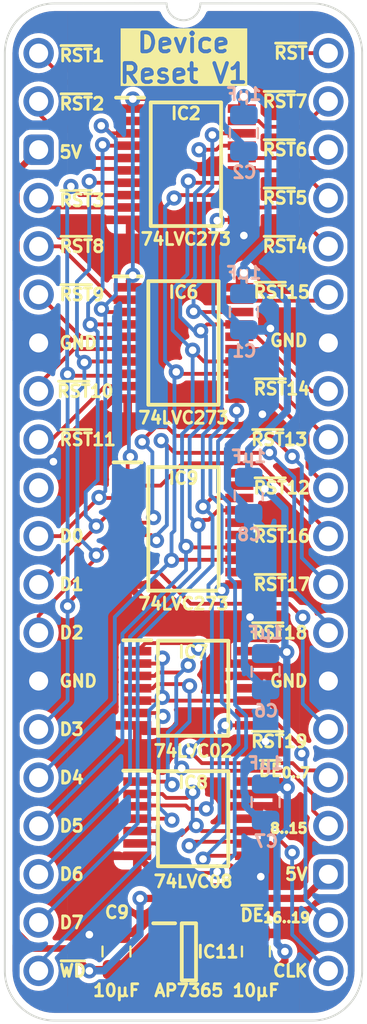
<source format=kicad_pcb>
(kicad_pcb (version 20221018) (generator pcbnew)
  (title_block (title "Device Reset") (date "2024-02-15") (rev "V1"))
  (layers (0 "F.Cu" signal) (31 "B.Cu" signal) (34 "B.Paste" user) (35 "F.Paste" user) (36 "B.SilkS" user "B.Silkscreen") (37 "F.SilkS" user "F.Silkscreen") (38 "B.Mask" user) (39 "F.Mask" user) (44 "Edge.Cuts" user))
  (net 0 "")
  (net 1 "/3.3V")
  (net 2 "/GND")
  (net 3 "/5V")
  (net 4 "/D0")
  (net 5 "/D1")
  (net 6 "/D2")
  (net 7 "/D3")
  (net 8 "/D4")
  (net 9 "/D5")
  (net 10 "/D6")
  (net 11 "/D7")
  (net 13 "/~{Reset}")
  (net 15 "/~{Reset}_{Device}1")
  (net 16 "/~{Reset}_{Device}2")
  (net 17 "/~{Reset}_{Device}3")
  (net 18 "/~{Reset}_{Device}4")
  (net 19 "/~{Reset}_{Device}5")
  (net 20 "/~{Reset}_{Device}6")
  (net 21 "/~{Reset}_{Device}7")
  (net 22 "/~{Device Enable}_{ 8..15}")
  (net 23 "/~{Device Enable}_{ 16..19}")
  (net 24 "/~{Reset}_{Device}8")
  (net 25 "/~{Reset}_{Device}9")
  (net 26 "/~{Reset}_{Device}10")
  (net 27 "/~{Reset}_{Device}11")
  (net 28 "/~{Reset}_{Device}12")
  (net 29 "/~{Reset}_{Device}13")
  (net 30 "/~{Reset}_{Device}14")
  (net 31 "/~{Reset}_{Device}15")
  (net 32 "/~{WD}")
  (net 33 "/Write Device Reset_{ 8..15}")
  (net 34 "/Write Device Reset_{ 16..19}")
  (net 37 "/~{Reset}_{Device}16")
  (net 38 "/~{Reset}_{Device}17")
  (net 39 "/~{Reset}_{Device}18")
  (net 40 "/~{Reset}_{Device}19")
  (net 46 "/~{Device Enable}_{ 1..7}")
  (net 47 "/Write Device Reset_{ 1..7}")
  (net 48 "/Write Device Reset_{ 1..7}·~{CLK}")
  (net 49 "/Write Device Reset_{ 8..15}·~{CLK}")
  (net 50 "/~{CLK}")
  (net 51 "/Write Device Reset_{ 16..19}·~{CLK}")
  (footprint "SamacSys_Parts:C_0805" (layer "F.Cu") (at 97.79 118.379085)
    (fp_text reference "C10" hide)
    (fp_text value "10μF")
  )
  (footprint "SamacSys_Parts:SOT95P285X130-5N" (layer "F.Cu") (at 94.264 118.379085)
    (fp_text reference "IC11")
    (fp_text value "AP7365-33WG-7" hide)
  )
  (footprint "SamacSys_Parts:SOP65P640X110-14N" (layer "F.Cu") (at 94.488 111.379)
    (fp_text reference "IC8")
    (fp_text value "74LVC08APW,112" hide)
  )
  (footprint "SamacSys_Parts:SOP65P640X110-20N" (layer "F.Cu") (at 94.107 76.962)
    (fp_text reference "IC2")
    (fp_text value "74LVC273PW,118" hide)
  )
  (footprint "SamacSys_Parts:DIP-40_Board_W15.24mm" (layer "F.Cu") (at 86.36 71.12)
    (fp_text reference "J4" hide)
    (fp_text value "Conn_02x20_Counter_Clockwise" hide)
    (fp_line (start -1.778 48.26) (end -1.778 0) (stroke (width 0.1)) (layer "Edge.Cuts"))
    (fp_line (start 6.731 -2.6162) (end 0.835732 -2.613732) (stroke (width 0.1)) (layer "Edge.Cuts"))
    (fp_line (start 14.404267 -2.613733) (end 8.509 -2.6162) (stroke (width 0.1)) (layer "Edge.Cuts"))
    (fp_line (start 14.404268 50.873732) (end 0.835733 50.873733) (stroke (width 0.1)) (layer "Edge.Cuts"))
    (fp_line (start 17.018 48.26) (end 17.017999 -0.000001) (stroke (width 0.1)) (layer "Edge.Cuts"))
    (fp_arc (start -1.778 0) (mid -1.012456 -1.848188) (end 0.835732 -2.613732) (stroke (width 0.1)) (layer "Edge.Cuts"))
    (fp_arc (start 0.835733 50.873733) (mid -1.012457 50.10819) (end -1.778 48.26) (stroke (width 0.1)) (layer "Edge.Cuts"))
    (fp_arc (start 8.509 -2.6162) (mid 7.62 -1.7272) (end 6.731 -2.6162) (stroke (width 0.1)) (layer "Edge.Cuts"))
    (fp_arc (start 14.404267 -2.613733) (mid 16.252448 -1.848183) (end 17.017999 -0.000001) (stroke (width 0.1)) (layer "Edge.Cuts"))
    (fp_arc (start 17.018 48.26) (mid 16.252456 50.108187) (end 14.404268 50.873732) (stroke (width 0.1)) (layer "Edge.Cuts"))
  )
  (footprint "SamacSys_Parts:C_0805" (layer "F.Cu") (at 90.454 118.379085)
    (fp_text reference "C9")
    (fp_text value "10μF")
  )
  (footprint "SamacSys_Parts:SOP65P640X110-20N" (layer "F.Cu") (at 93.98 86.36)
    (fp_text reference "IC6")
    (fp_text value "74LVC273PW,118" hide)
  )
  (footprint "SamacSys_Parts:SOP65P640X110-20N" (layer "F.Cu") (at 93.98 96.139)
    (fp_text reference "IC9")
    (fp_text value "74LVC273PW,118" hide)
  )
  (footprint "SamacSys_Parts:SOP65P640X110-14N" (layer "F.Cu") (at 94.488 104.521)
    (fp_text reference "IC7")
    (fp_text value "74LVC02APW,118" hide)
  )
  (footprint "SamacSys_Parts:PinHeader_1x20_P2.54mm_Vertical" (layer "B.Cu") (at 101.6 71.12 180)
    (fp_text reference "J1" hide)
    (fp_text value "Pin_Header_01x20" hide)
  )
  (footprint "SamacSys_Parts:PinHeader_1x20_P2.54mm_Vertical" (layer "B.Cu") (at 86.36 71.12 180)
    (fp_text reference "J3" hide)
    (fp_text value "Pin_Header_01x20" hide)
  )
  (footprint "SamacSys_Parts:C_0805" (layer "B.Cu") (at 97.409 94.361)
    (fp_text reference "C8")
    (fp_text value "1μF")
  )
  (footprint "SamacSys_Parts:C_0805" (layer "B.Cu") (at 97.155 84.709)
    (fp_text reference "C1")
    (fp_text value "1μF")
  )
  (footprint "SamacSys_Parts:C_0805" (layer "B.Cu") (at 97.155 75.311)
    (fp_text reference "C2")
    (fp_text value "1μF")
  )
  (footprint "SamacSys_Parts:C_0805" (layer "B.Cu") (at 98.298 110.49)
    (fp_text reference "C7")
    (fp_text value "1μF")
  )
  (footprint "SamacSys_Parts:C_0805" (layer "B.Cu") (at 98.298 103.632)
    (fp_text reference "C6")
    (fp_text value "1μF")
  )
  (gr_text "~{RST}" (at 100.584 71.12) (layer "F.SilkS") (effects (font (size 0.635 0.635)) (justify right)))
  (gr_text "D1" (at 87.376 99.06) (layer "F.SilkS") (effects (font (size 0.635 0.635)) (justify left)))
  (gr_text "~{RST}6" (at 100.584 76.2) (layer "F.SilkS") (effects (font (size 0.635 0.635)) (justify right)))
  (gr_text "~{RST}14" (at 100.711 88.773) (layer "F.SilkS") (effects (font (size 0.635 0.635)) (justify right)))
  (gr_text "~{RST}8" (at 87.376 81.28) (layer "F.SilkS") (effects (font (size 0.635 0.635)) (justify left)))
  (gr_text "~{RST}1" (at 87.376 71.247) (layer "F.SilkS") (effects (font (size 0.635 0.635)) (justify left)))
  (gr_text "GND" (at 87.376 86.36) (layer "F.SilkS") (effects (font (size 0.635 0.635)) (justify left)))
  (gr_text "~{RST}7" (at 100.584 73.66) (layer "F.SilkS") (effects (font (size 0.635 0.635)) (justify right)))
  (gr_text "_{8..15}" (at 100.584 111.76) (layer "F.SilkS") (effects (font (size 0.635 0.635)) (justify right)))
  (gr_text "~{RST}4" (at 100.584 81.28) (layer "F.SilkS") (effects (font (size 0.635 0.635)) (justify right)))
  (gr_text "~{RST}15" (at 100.711 83.693) (layer "F.SilkS") (effects (font (size 0.635 0.635)) (justify right)))
  (gr_text "~{RST}12" (at 100.711 93.98) (layer "F.SilkS") (effects (font (size 0.635 0.635)) (justify right)))
  (gr_text "~{RST}5" (at 100.584 78.74) (layer "F.SilkS") (effects (font (size 0.635 0.635)) (justify right)))
  (gr_text "D3" (at 87.376 106.68) (layer "F.SilkS") (effects (font (size 0.635 0.635)) (justify left)))
  (gr_text "~{DE}_{0..7}" (at 100.711 108.839) (layer "F.SilkS") (effects (font (size 0.635 0.635)) (justify right)))
  (gr_text "GND" (at 100.584 104.14) (layer "F.SilkS") (effects (font (size 0.635 0.635)) (justify right)))
  (gr_text "~{RST}17" (at 100.711 99.06) (layer "F.SilkS") (effects (font (size 0.635 0.635)) (justify right)))
  (gr_text "D0" (at 87.376 96.52) (layer "F.SilkS") (effects (font (size 0.635 0.635)) (justify left)))
  (gr_text "~{WD}" (at 87.376 119.38) (layer "F.SilkS") (effects (font (size 0.635 0.635)) (justify left)))
  (gr_text "~{RST}13" (at 100.584 91.44) (layer "F.SilkS") (effects (font (size 0.635 0.635)) (justify right)))
  (gr_text "~{RST}9" (at 87.376 83.82) (layer "F.SilkS") (effects (font (size 0.635 0.635)) (justify left)))
  (gr_text "5V" (at 87.376 76.327) (layer "F.SilkS") (effects (font (size 0.635 0.635)) (justify left)))
  (gr_text "~{RST}3" (at 87.376 78.867) (layer "F.SilkS") (effects (font (size 0.635 0.635)) (justify left)))
  (gr_text "~{DE}_{16..19}" (at 100.711 116.459) (layer "F.SilkS") (effects (font (size 0.635 0.635)) (justify right)))
  (gr_text "CLK" (at 100.584 119.38) (layer "F.SilkS") (effects (font (size 0.635 0.635)) (justify right)))
  (gr_text "Device\nReset V1" (at 93.98 72.771) (layer "F.SilkS" knockout) (effects (font (size 1 1) (thickness 0.2) bold) (justify bottom)))
  (gr_text "~{RST}19" (at 100.584 107.315) (layer "F.SilkS") (effects (font (size 0.635 0.635)) (justify right)))
  (gr_text "D5" (at 87.376 111.76) (layer "F.SilkS") (effects (font (size 0.635 0.635)) (justify left)))
  (gr_text "D2" (at 87.376 101.6) (layer "F.SilkS") (effects (font (size 0.635 0.635)) (justify left)))
  (gr_text "D4" (at 87.376 109.22) (layer "F.SilkS") (effects (font (size 0.635 0.635)) (justify left)))
  (gr_text "~{RST}11" (at 87.376 91.44) (layer "F.SilkS") (effects (font (size 0.635 0.635)) (justify left)))
  (gr_text "~{RST}10" (at 87.249 88.9) (layer "F.SilkS") (effects (font (size 0.635 0.635)) (justify left)))
  (gr_text "~{RST}18" (at 100.584 101.6) (layer "F.SilkS") (effects (font (size 0.635 0.635)) (justify right)))
  (gr_text "GND" (at 100.584 86.233) (layer "F.SilkS") (effects (font (size 0.635 0.635)) (justify right)))
  (gr_text "D6" (at 87.376 114.3) (layer "F.SilkS") (effects (font (size 0.635 0.635)) (justify left)))
  (gr_text "~{RST}2" (at 87.376 73.787) (layer "F.SilkS") (effects (font (size 0.635 0.635)) (justify left)))
  (gr_text "5V" (at 100.584 114.3) (layer "F.SilkS") (effects (font (size 0.635 0.635)) (justify right)))
  (gr_text "GND" (at 87.376 104.14) (layer "F.SilkS") (effects (font (size 0.635 0.635)) (justify left)))
  (gr_text "D7" (at 87.376 116.84) (layer "F.SilkS") (effects (font (size 0.635 0.635)) (justify left)))
  (gr_text "~{RST}16" (at 100.711 96.52) (layer "F.SilkS") (effects (font (size 0.635 0.635)) (justify right)))
  (segment (start 97.813094 93.214) (end 98.26287 93.663776) (width 0.38) (layer "F.Cu") (net 1))
  (segment (start 97.426 109.429) (end 99.136414 109.429) (width 0.38) (layer "F.Cu") (net 1))
  (segment (start 99.368 102.571) (end 99.413 102.616) (width 0.38) (layer "F.Cu") (net 1))
  (segment (start 97.045 73.516006) (end 97.155006 73.406) (width 0.38) (layer "F.Cu") (net 1))
  (segment (start 96.918 82.914) (end 97.155 82.677) (width 0.38) (layer "F.Cu") (net 1))
  (segment (start 97.426 102.571) (end 99.368 102.571) (width 0.38) (layer "F.Cu") (net 1))
  (segment (start 99.314 118.872) (end 99.314 118.364) (width 0.38) (layer "F.Cu") (net 1))
  (segment (start 95.564 117.662) (end 95.564 117.429085) (width 0.38) (layer "F.Cu") (net 1))
  (segment (start 97.215085 119.313085) (end 95.564 117.662) (width 0.38) (layer "F.Cu") (net 1))
  (segment (start 99.136414 109.429) (end 99.438189 109.730775) (width 0.38) (layer "F.Cu") (net 1))
  (segment (start 97.045 74.037) (end 97.045 73.516006) (width 0.38) (layer "F.Cu") (net 1))
  (segment (start 97.983915 119.313085) (end 98.872915 119.313085) (width 0.38) (layer "F.Cu") (net 1))
  (segment (start 98.26287 93.663776) (end 98.26287 94.034427) (width 0.38) (layer "F.Cu") (net 1))
  (segment (start 98.872915 119.313085) (end 99.314 118.872) (width 0.38) (layer "F.Cu") (net 1))
  (segment (start 96.918 83.435) (end 96.918 82.914) (width 0.38) (layer "F.Cu") (net 1))
  (segment (start 97.79 119.313085) (end 97.215085 119.313085) (width 0.38) (layer "F.Cu") (net 1))
  (segment (start 96.918 93.214) (end 97.813094 93.214) (width 0.38) (layer "F.Cu") (net 1))
  (via (at 98.26287 94.034427) (size 0.8) (drill 0.4) (layers "F.Cu" "B.Cu") (net 1))
  (via (at 99.413 102.616) (size 0.8) (drill 0.4) (layers "F.Cu" "B.Cu") (net 1))
  (via (at 99.438189 109.730775) (size 0.8) (drill 0.4) (layers "F.Cu" "B.Cu") (net 1))
  (via (at 97.155 82.677) (size 0.8) (drill 0.4) (layers "F.Cu" "B.Cu") (net 1))
  (via (at 97.155006 73.406) (size 0.8) (drill 0.4) (layers "F.Cu" "B.Cu") (net 1))
  (via (at 99.314 118.364) (size 0.8) (drill 0.4) (layers "F.Cu" "B.Cu") (net 1))
  (segment (start 98.897496 112.486601) (end 98.897496 117.947496) (width 0.38) (layer "B.Cu") (net 1))
  (segment (start 97.409 93.427) (end 97.409 91.948) (width 0.38) (layer "B.Cu") (net 1))
  (segment (start 97.155 82.2325) (end 97.155 82.677) (width 0.38) (layer "B.Cu") (net 1))
  (segment (start 99.413 102.616) (end 99.413 109.705586) (width 0.38) (layer "B.Cu") (net 1))
  (segment (start 97.155006 73.406) (end 97.917 73.406) (width 0.38) (layer "B.Cu") (net 1))
  (segment (start 98.679 102.616) (end 99.413 102.616) (width 0.38) (layer "B.Cu") (net 1))
  (segment (start 97.917 82.677) (end 97.155 82.677) (width 0.38) (layer "B.Cu") (net 1))
  (segment (start 97.155 83.775) (end 97.155 82.677) (width 0.38) (layer "B.Cu") (net 1))
  (segment (start 98.47 109.728) (end 99.435414 109.728) (width 0.38) (layer "B.Cu") (net 1))
  (segment (start 98.425 73.914) (end 98.425 80.9625) (width 0.38) (layer "B.Cu") (net 1))
  (segment (start 99.441 84.201) (end 97.917 82.677) (width 0.38) (layer "B.Cu") (net 1))
  (segment (start 99.314 102.517) (end 99.314 95.085557) (width 0.38) (layer "B.Cu") (net 1))
  (segment (start 99.441 89.916) (end 99.441 84.201) (width 0.38) (layer "B.Cu") (net 1))
  (segment (start 98.897496 117.947496) (end 99.314 118.364) (width 0.38) (layer "B.Cu") (net 1))
  (segment (start 99.438189 111.945908) (end 98.897496 112.486601) (width 0.38) (layer "B.Cu") (net 1))
  (segment (start 99.438189 109.730775) (end 99.438189 111.945908) (width 0.38) (layer "B.Cu") (net 1))
  (segment (start 99.413 102.616) (end 99.314 102.517) (width 0.38) (layer "B.Cu") (net 1))
  (segment (start 97.409 91.948) (end 99.441 89.916) (width 0.38) (layer "B.Cu") (net 1))
  (segment (start 97.155 74.377) (end 97.155 73.406006) (width 0.38) (layer "B.Cu") (net 1))
  (segment (start 97.155 73.406006) (end 97.155006 73.406) (width 0.38) (layer "B.Cu") (net 1))
  (segment (start 99.435414 109.728) (end 99.438189 109.730775) (width 0.38) (layer "B.Cu") (net 1))
  (segment (start 97.898049 93.427) (end 98.26287 93.791821) (width 0.38) (layer "B.Cu") (net 1))
  (segment (start 98.26287 93.791821) (end 98.26287 94.034427) (width 0.38) (layer "B.Cu") (net 1))
  (segment (start 99.413 109.705586) (end 99.438189 109.730775) (width 0.38) (layer "B.Cu") (net 1))
  (segment (start 99.314 95.085557) (end 98.26287 94.034427) (width 0.38) (layer "B.Cu") (net 1))
  (segment (start 98.425 80.9625) (end 97.155 82.2325) (width 0.38) (layer "B.Cu") (net 1))
  (segment (start 97.917 73.406) (end 98.425 73.914) (width 0.38) (layer "B.Cu") (net 1))
  (segment (start 93.75665 90.706) (end 97.53377 90.706) (width 0.38) (layer "F.Cu") (net 2))
  (segment (start 94.234 118.064085) (end 93.919 118.379085) (width 0.38) (layer "F.Cu") (net 2))
  (segment (start 99.314 86.36) (end 101.6 86.36) (width 0.38) (layer "F.Cu") (net 2))
  (segment (start 93.184 114.963) (end 97.508 114.963) (width 0.38) (layer "F.Cu") (net 2))
  (segment (start 89.027 117.474992) (end 88.691 117.138992) (width 0.35) (layer "F.Cu") (net 2))
  (segment (start 87.136304 92.441696) (end 90.293 89.285) (width 0.35) (layer "F.Cu") (net 2))
  (segment (start 95.24999 107.31499) (end 98.29798 107.31499) (width 0.38) (layer "F.Cu") (net 2))
  (segment (start 98.907299 110.729) (end 97.426 110.729) (width 0.35) (layer "F.Cu") (net 2))
  (segment (start 87.136304 92.604456) (end 87.136304 92.441696) (width 0.35) (layer "F.Cu") (net 2))
  (segment (start 90.293 89.285) (end 91.042 89.285) (width 0.35) (layer "F.Cu") (net 2))
  (segment (start 92.33565 89.285) (end 93.75665 90.706) (width 0.38) (layer "F.Cu") (net 2))
  (segment (start 102.802999 85.217) (end 98.933 85.217) (width 0.35) (layer "F.Cu") (net 2))
  (segment (start 97.426 103.871) (end 101.331 103.871) (width 0.38) (layer "F.Cu") (net 2))
  (segment (start 101.6 104.14) (end 102.775 105.315) (width 0.35) (layer "F.Cu") (net 2))
  (segment (start 101.6 104.14) (end 102.802999 102.937001) (width 0.35) (layer "F.Cu") (net 2))
  (segment (start 102.775 105.315) (end 102.775 112.671016) (width 0.35) (layer "F.Cu") (net 2))
  (segment (start 91.921915 116.739085) (end 91.247915 117.413085) (width 0.38) (layer "F.Cu") (net 2))
  (segment (start 88.691 117.138992) (end 88.691 106.471) (width 0.35) (layer "F.Cu") (net 2))
  (segment (start 91.55 106.471) (end 91.869514 106.790514) (width 0.38) (layer "F.Cu") (net 2))
  (segment (start 91.042 99.064) (end 92.754 100.776) (width 0.38) (layer "F.Cu") (net 2))
  (segment (start 91.55 106.471) (end 88.691 106.471) (width 0.38) (layer "F.Cu") (net 2))
  (segment (start 92.754 100.776) (end 97.478506 100.776) (width 0.38) (layer "F.Cu") (net 2))
  (segment (start 98.552 85.598) (end 99.314 86.36) (width 0.38) (layer "F.Cu") (net 2))
  (segment (start 96.3085 103.221) (end 96.2985 103.211) (width 0.38) (layer "F.Cu") (net 2))
  (segment (start 96.2985 101.956006) (end 97.478506 100.776) (width 0.38) (layer "F.Cu") (net 2))
  (segment (start 94.234 116.739085) (end 91.921915 116.739085) (width 0.38) (layer "F.Cu") (net 2))
  (segment (start 91.5545 89.285) (end 92.33565 89.285) (width 0.38) (layer "F.Cu") (net 2))
  (segment (start 91.869514 106.790514) (end 94.725514 106.790514) (width 0.38) (layer "F.Cu") (net 2))
  (segment (start 88.691 106.471) (end 86.36 104.14) (width 0.38) (layer "F.Cu") (net 2))
  (segment (start 93.919 118.379085) (end 92.964 118.379085) (width 0.38) (layer "F.Cu") (net 2))
  (segment (start 97.426 103.221) (end 97.426 103.871) (width 0.38) (layer "F.Cu") (net 2))
  (segment (start 97.426 110.079) (end 97.426 110.729) (width 0.38) (layer "F.Cu") (net 2))
  (segment (start 94.234 116.739085) (end 94.234 118.064085) (width 0.38) (layer "F.Cu") (net 2))
  (segment (start 94.725514 106.790514) (end 95.24999 107.31499) (width 0.38) (layer "F.Cu") (net 2))
  (segment (start 96.2985 103.211) (end 96.2985 101.956006) (width 0.38) (layer "F.Cu") (net 2))
  (segment (start 90.392093 117.474992) (end 89.027 117.474992) (width 0.35) (layer "F.Cu") (net 2))
  (segment (start 97.53377 90.706) (end 98.128869 90.110901) (width 0.38) (layer "F.Cu") (net 2))
  (segment (start 97.508 114.963) (end 98.043998 114.427002) (width 0.38) (layer "F.Cu") (net 2))
  (segment (start 102.775 112.671016) (end 102.416016 113.03) (width 0.35) (layer "F.Cu") (net 2))
  (segment (start 97.155 80.711502) (end 91.993502 80.711502) (width 0.38) (layer "F.Cu") (net 2))
  (segment (start 97.426 103.221) (end 96.3085 103.221) (width 0.38) (layer "F.Cu") (net 2))
  (segment (start 97.79 117.413085) (end 97.116 116.739085) (width 0.38) (layer "F.Cu") (net 2))
  (segment (start 91.247915 117.413085) (end 90.454 117.413085) (width 0.38) (layer "F.Cu") (net 2))
  (segment (start 91.993502 80.711502) (end 91.169 79.887) (width 0.38) (layer "F.Cu") (net 2))
  (segment (start 98.933 85.217) (end 98.552 85.598) (width 0.35) (layer "F.Cu") (net 2))
  (segment (start 91.55 113.329) (end 93.184 114.963) (width 0.38) (layer "F.Cu") (net 2))
  (segment (start 102.802999 102.937001) (end 102.802999 85.217) (width 0.35) (layer "F.Cu") (net 2))
  (segment (start 101.208299 113.03) (end 98.907299 110.729) (width 0.35) (layer "F.Cu") (net 2))
  (segment (start 102.416016 113.03) (end 101.208299 113.03) (width 0.35) (layer "F.Cu") (net 2))
  (segment (start 97.116 116.739085) (end 94.234 116.739085) (width 0.38) (layer "F.Cu") (net 2))
  (via (at 98.043998 114.427002) (size 0.8) (drill 0.4) (layers "F.Cu" "B.Cu") (net 2))
  (via (at 97.478506 100.776) (size 0.8) (drill 0.4) (layers "F.Cu" "B.Cu") (net 2))
  (via (at 89.027 117.474992) (size 0.8) (drill 0.4) (layers "F.Cu" "B.Cu") (net 2))
  (via (at 97.155 80.711502) (size 0.8) (drill 0.4) (layers "F.Cu" "B.Cu") (net 2))
  (via (at 98.29798 107.31499) (size 0.8) (drill 0.4) (layers "F.Cu" "B.Cu") (net 2))
  (via (at 87.136304 92.604456) (size 0.8) (drill 0.4) (layers "F.Cu" "B.Cu") (net 2))
  (via (at 98.128869 90.110901) (size 0.8) (drill 0.4) (layers "F.Cu" "B.Cu") (net 2))
  (via (at 98.552 85.598) (size 0.8) (drill 0.4) (layers "F.Cu" "B.Cu") (net 2))
  (segment (start 85.185 93.155) (end 85.185 93.726) (width 0.35) (layer "B.Cu") (net 2))
  (segment (start 98.475 85.675) (end 98.552 85.598) (width 0.38) (layer "B.Cu") (net 2))
  (segment (start 85.157 85.157) (end 85.157 75.498) (width 0.35) (layer "B.Cu") (net 2))
  (segment (start 85.185 87.535) (end 86.36 86.36) (width 0.35) (layer "B.Cu") (net 2))
  (segment (start 97.216976 110.035664) (end 97.216976 110.678976) (width 0.38) (layer "B.Cu") (net 2))
  (segment (start 95.377 120.904) (end 98.043998 118.237002) (width 0.35) (layer "B.Cu") (net 2))
  (segment (start 97.155 85.675) (end 97.155 87.63) (width 0.38) (layer "B.Cu") (net 2))
  (segment (start 87.725 74.835) (end 90.551 72.009) (width 0.35) (layer "B.Cu") (net 2))
  (segment (start 97.155 76.277) (end 97.155 80.711502) (width 0.38) (layer "B.Cu") (net 2))
  (segment (start 102.802999 102.937001) (end 101.6 104.14) (width 0.35) (layer "B.Cu") (net 2))
  (segment (start 86.36 104.14) (end 85.185 102.965) (width 0.35) (layer "B.Cu") (net 2))
  (segment (start 98.29799 107.315) (end 98.29798 107.31499) (width 0.38) (layer "B.Cu") (net 2))
  (segment (start 102.775 75.523299) (end 102.086701 74.835) (width 0.35) (layer "B.Cu") (net 2))
  (segment (start 85.19388 119.746849) (end 85.252695 119.985469) (width 0.35) (layer "B.Cu") (net 2))
  (segment (start 101.6 86.36) (end 102.802999 87.562999) (width 0.35) (layer "B.Cu") (net 2))
  (segment (start 97.409 95.327) (end 98.298 96.216) (width 0.38) (layer "B.Cu") (net 2))
  (segment (start 98.043998 118.237002) (end 98.043998 114.427002) (width 0.35) (layer "B.Cu") (net 2))
  (segment (start 98.29798 107.31499) (end 97.163 108.44997) (width 0.38) (layer "B.Cu") (net 2))
  (segment (start 87.12576 92.615) (end 87.136304 92.604456) (width 0.35) (layer "B.Cu") (net 2))
  (segment (start 99.949 120.65) (end 98.043998 118.744998) (width 0.35) (layer "B.Cu") (net 2))
  (segment (start 98.298 111.456) (end 98.298 114.173) (width 0.38) (layer "B.Cu") (net 2))
  (segment (start 102.707273 119.796727) (end 102.707273 119.985461) (width 0.35) (layer "B.Cu") (net 2))
  (segment (start 96.294 94.008001) (end 96.294 91.94577) (width 0.38) (layer "B.Cu") (net 2))
  (segment (start 101.6 86.36) (end 102.775 85.185) (width 0.35) (layer "B.Cu") (net 2))
  (segment (start 85.725 92.615) (end 87.12576 92.615) (width 0.35) (layer "B.Cu") (net 2))
  (segment (start 85.185 92.075) (end 85.725 92.615) (width 0.35) (layer "B.Cu") (net 2))
  (segment (start 97.163 108.44997) (end 97.163001 109.981689) (width 0.38) (layer "B.Cu") (net 2))
  (segment (start 98.298 107.315) (end 98.29799 107.315) (width 0.38) (layer "B.Cu") (net 2))
  (segment (start 85.185 119.673716) (end 85.19388 119.746849) (width 0.35) (layer "B.Cu") (net 2))
  (segment (start 85.725 92.615) (end 85.185 93.155) (width 0.35) (layer "B.Cu") (net 2))
  (segment (start 97.183 103.483) (end 97.183 101.071506) (width 0.38) (layer "B.Cu") (net 2))
  (segment (start 98.128869 88.603869) (end 98.128869 90.110901) (width 0.38) (layer "B.Cu") (net 2))
  (segment (start 98.298 96.216) (end 98.298 99.956506) (width 0.38) (layer "B.Cu") (net 2))
  (segment (start 85.185 92.075) (end 85.185 87.535) (width 0.35) (layer "B.Cu") (net 2))
  (segment (start 102.775 85.185) (end 102.775 75.523299) (width 0.35) (layer "B.Cu") (net 2))
  (segment (start 98.298 104.598) (end 97.183 103.483) (width 0.38) (layer "B.Cu") (net 2))
  (segment (start 85.185 105.315) (end 85.185 119.673716) (width 0.35) (layer "B.Cu") (net 2))
  (segment (start 98.298 104.598) (end 98.298 107.315) (width 0.38) (layer "B.Cu") (net 2))
  (segment (start 97.183 101.071506) (end 97.478506 100.776) (width 0.38) (layer "B.Cu") (net 2))
  (segment (start 85.157 75.498) (end 85.82 74.835) (width 0.35) (layer "B.Cu") (net 2))
  (segment (start 102.796218 105.336218) (end 102.796218 119.498694) (width 0.35) (layer "B.Cu") (net 2))
  (segment (start 97.216976 110.678976) (end 97.994 111.456) (width 0.38) (layer "B.Cu") (net 2))
  (segment (start 96.294 91.94577) (end 98.128869 90.110901) (width 0.38) (layer "B.Cu") (net 2))
  (segment (start 90.551 72.009) (end 93.178538 72.009) (width 0.35) (layer "B.Cu") (net 2))
  (segment (start 98.287299 72.009) (end 93.178538 72.009) (width 0.35) (layer "B.Cu") (net 2))
  (segment (start 93.178538 72.009) (end 97.155 75.985462) (width 0.35) (layer "B.Cu") (net 2))
  (segment (start 102.042734 120.65) (end 99.949 120.65) (width 0.35) (layer "B.Cu") (net 2))
  (segment (start 101.6 104.14) (end 102.796218 105.336218) (width 0.35) (layer "B.Cu") (net 2))
  (segment (start 96.04 81.826502) (end 97.155 80.711502) (width 0.38) (layer "B.Cu") (net 2))
  (segment (start 97.155 85.675) (end 98.475 85.675) (width 0.38) (layer "B.Cu") (net 2))
  (segment (start 98.298 99.956506) (end 97.478506 100.776) (width 0.38) (layer "B.Cu") (net 2))
  (segment (start 85.185 102.965) (end 85.185 93.726) (width 0.35) (layer "B.Cu") (net 2))
  (segment (start 102.086701 74.835) (end 101.113299 74.835) (width 0.35) (layer "B.Cu") (net 2))
  (segment (start 102.767323 119.736677) (end 102.707273 119.796727) (width 0.35) (layer "B.Cu") (net 2))
  (segment (start 85.252695 119.985469) (end 86.171226 120.904) (width 0.35) (layer "B.Cu") (net 2))
  (segment (start 102.796218 119.498694) (end 102.767323 119.736677) (width 0.35) (layer "B.Cu") (net 2))
  (segment (start 101.113299 74.835) (end 98.287299 72.009) (width 0.35) (layer "B.Cu") (net 2))
  (segment (start 97.163001 109.981689) (end 97.216976 110.035664) (width 0.38) (layer "B.Cu") (net 2))
  (segment (start 98.043998 118.744998) (end 98.043998 118.237002) (width 0.35) (layer "B.Cu") (net 2))
  (segment (start 98.298 114.173) (end 98.043998 114.427002) (width 0.38) (layer "B.Cu") (net 2))
  (segment (start 97.155 87.63) (end 98.128869 88.603869) (width 0.38) (layer "B.Cu") (net 2))
  (segment (start 102.802999 87.562999) (end 102.802999 102.937001) (width 0.35) (layer "B.Cu") (net 2))
  (segment (start 97.155 85.675) (end 96.04 84.56) (width 0.38) (layer "B.Cu") (net 2))
  (segment (start 86.36 104.14) (end 85.185 105.315) (width 0.35) (layer "B.Cu") (net 2))
  (segment (start 85.82 74.835) (end 87.725 74.835) (width 0.35) (layer "B.Cu") (net 2))
  (segment (start 102.707273 119.985461) (end 102.042734 120.65) (width 0.35) (layer "B.Cu") (net 2))
  (segment (start 86.171226 120.904) (end 95.377 120.904) (width 0.35) (layer "B.Cu") (net 2))
  (segment (start 96.04 84.56) (end 96.04 81.826502) (width 0.38) (layer "B.Cu") (net 2))
  (segment (start 97.409 95.123001) (end 96.294 94.008001) (width 0.38) (layer "B.Cu") (net 2))
  (segment (start 86.36 86.36) (end 85.157 85.157) (width 0.35) (layer "B.Cu") (net 2))
  (segment (start 92.009 119.329085) (end 91.999 119.319085) (width 0.38) (layer "F.Cu") (net 3))
  (segment (start 90.454 119.313085) (end 89.093909 119.313085) (width 0.38) (layer "F.Cu") (net 3))
  (segment (start 89.093909 119.313085) (end 89.026994 119.38) (width 0.38) (layer "F.Cu") (net 3))
  (segment (start 86.36 76.2) (end 85.185 77.375) (width 0.35) (layer "F.Cu") (net 3))
  (segment (start 87.851994 118.205) (end 89.026994 119.38) (width 0.35) (layer "F.Cu") (net 3))
  (segment (start 85.185 77.375) (end 85.185 117.326701) (width 0.35) (layer "F.Cu") (net 3))
  (segment (start 92.338 117.429085) (end 92.964 117.429085) (width 0.38) (layer "F.Cu") (net 3))
  (segment (start 86.063299 118.205) (end 87.851994 118.205) (width 0.35) (layer "F.Cu") (net 3))
  (segment (start 100.33 115.57) (end 91.694001 115.569999) (width 0.38) (layer "F.Cu") (net 3))
  (segment (start 90.454 119.313085) (end 92.338 117.429085) (width 0.38) (layer "F.Cu") (net 3))
  (segment (start 101.6 114.3) (end 100.33 115.57) (width 0.38) (layer "F.Cu") (net 3))
  (segment (start 91.999 117.768084) (end 92.120042 117.647042) (width 0.38) (layer "F.Cu") (net 3))
  (segment (start 92.964 119.329085) (end 92.009 119.329085) (width 0.38) (layer "F.Cu") (net 3))
  (segment (start 85.185 117.326701) (end 86.063299 118.205) (width 0.35) (layer "F.Cu") (net 3))
  (segment (start 91.999 119.319085) (end 91.999 117.768084) (width 0.38) (layer "F.Cu") (net 3))
  (via (at 91.694001 115.569999) (size 0.8) (drill 0.4) (layers "F.Cu" "B.Cu") (net 3))
  (via (at 89.026994 119.38) (size 0.8) (drill 0.4) (layers "F.Cu" "B.Cu") (net 3))
  (segment (start 91.694001 115.569999) (end 91.694001 117.474999) (width 0.38) (layer "B.Cu") (net 3))
  (segment (start 91.694001 117.474999) (end 89.789 119.38) (width 0.38) (layer "B.Cu") (net 3))
  (segment (start 89.789 119.38) (end 89.026994 119.38) (width 0.38) (layer "B.Cu") (net 3))
  (segment (start 89.752642 74.939392) (end 89.653846 74.939392) (width 0.2) (layer "F.Cu") (net 4))
  (segment (start 91.042 94.514) (end 89.561 94.514) (width 0.2) (layer "F.Cu") (net 4))
  (segment (start 87.503 96.52) (end 89.535 94.488) (width 0.2) (layer "F.Cu") (net 4))
  (segment (start 86.36 96.52) (end 87.503 96.52) (width 0.2) (layer "F.Cu") (net 4))
  (segment (start 91.169 75.337) (end 90.15025 75.337) (width 0.2) (layer "F.Cu") (net 4))
  (segment (start 90.15025 75.337) (end 89.752642 74.939392) (width 0.2) (layer "F.Cu") (net 4))
  (segment (start 89.81501 84.735) (end 89.662 84.58199) (width 0.2) (layer "F.Cu") (net 4))
  (segment (start 91.042 84.735) (end 89.81501 84.735) (width 0.2) (layer "F.Cu") (net 4))
  (segment (start 89.561 94.514) (end 89.535 94.488) (width 0.2) (layer "F.Cu") (net 4))
  (via (at 89.535 94.488) (size 0.8) (drill 0.4) (layers "F.Cu" "B.Cu") (net 4))
  (via (at 89.662 84.58199) (size 0.8) (drill 0.4) (layers "F.Cu" "B.Cu") (net 4))
  (via (at 89.653846 74.939392) (size 0.8) (drill 0.4) (layers "F.Cu" "B.Cu") (net 4))
  (segment (start 89.867162 94.155838) (end 89.867162 84.787152) (width 0.2) (layer "B.Cu") (net 4))
  (segment (start 89.662 84.58199) (end 90.42301 83.82098) (width 0.2) (layer "B.Cu") (net 4))
  (segment (start 89.715352 74.939392) (end 89.653846 74.939392) (width 0.2) (layer "B.Cu") (net 4))
  (segment (start 90.42301 75.64705) (end 89.715352 74.939392) (width 0.2) (layer "B.Cu") (net 4))
  (segment (start 89.535 94.488) (end 89.867162 94.155838) (width 0.2) (layer "B.Cu") (net 4))
  (segment (start 90.42301 83.82098) (end 90.42301 75.64705) (width 0.2) (layer "B.Cu") (net 4))
  (segment (start 89.867162 84.787152) (end 89.662 84.58199) (width 0.2) (layer "B.Cu") (net 4))
  (segment (start 91.042 95.164) (end 90.216424 95.164) (width 0.2) (layer "F.Cu") (net 5))
  (segment (start 91.169 75.987) (end 89.77301 75.987) (width 0.2) (layer "F.Cu") (net 5))
  (segment (start 89.082886 85.385) (end 89.075758 85.392128) (width 0.2) (layer "F.Cu") (net 5))
  (segment (start 90.216424 95.164) (end 89.388212 95.992212) (width 0.2) (layer "F.Cu") (net 5))
  (segment (start 89.77301 75.987) (end 89.72301 75.937) (width 0.2) (layer "F.Cu") (net 5))
  (segment (start 86.36 99.06) (end 89.388212 96.031788) (width 0.2) (layer "F.Cu") (net 5))
  (segment (start 91.042 85.385) (end 89.082886 85.385) (width 0.2) (layer "F.Cu") (net 5))
  (segment (start 89.388212 96.031788) (end 89.388212 95.992212) (width 0.2) (layer "F.Cu") (net 5))
  (via (at 89.075758 85.392128) (size 0.8) (drill 0.4) (layers "F.Cu" "B.Cu") (net 5))
  (via (at 89.388212 95.992212) (size 0.8) (drill 0.4) (layers "F.Cu" "B.Cu") (net 5))
  (via (at 89.72301 75.937) (size 0.8) (drill 0.4) (layers "F.Cu" "B.Cu") (net 5))
  (segment (start 88.835 95.439) (end 89.388212 95.992212) (width 0.2) (layer "B.Cu") (net 5))
  (segment (start 88.962 84.29204) (end 89.72301 83.53103) (width 0.2) (layer "B.Cu") (net 5))
  (segment (start 88.962 85.27837) (end 88.962 84.29204) (width 0.2) (layer "B.Cu") (net 5))
  (segment (start 89.467162 93.565888) (end 88.835 94.19805) (width 0.2) (layer "B.Cu") (net 5))
  (segment (start 89.075758 85.392128) (end 88.962 85.27837) (width 0.2) (layer "B.Cu") (net 5))
  (segment (start 89.72301 83.53103) (end 89.72301 75.937) (width 0.2) (layer "B.Cu") (net 5))
  (segment (start 89.075758 85.392128) (end 89.467162 85.783532) (width 0.2) (layer "B.Cu") (net 5))
  (segment (start 88.835 94.19805) (end 88.835 95.439) (width 0.2) (layer "B.Cu") (net 5))
  (segment (start 89.467162 85.783532) (end 89.467162 93.565888) (width 0.2) (layer "B.Cu") (net 5))
  (segment (start 89.80115 97.114) (end 89.393575 97.521575) (width 0.2) (layer "F.Cu") (net 6))
  (segment (start 88.817168 87.335) (end 88.767162 87.385006) (width 0.2) (layer "F.Cu") (net 6))
  (segment (start 91.169 77.937) (end 89.094447 77.937) (width 0.2) (layer "F.Cu") (net 6))
  (segment (start 86.36 100.711) (end 89.393575 97.677425) (width 0.2) (layer "F.Cu") (net 6))
  (segment (start 89.393575 97.677425) (end 89.393575 97.521575) (width 0.2) (layer "F.Cu") (net 6))
  (segment (start 89.094447 77.937) (end 89.020386 77.862939) (width 0.2) (layer "F.Cu") (net 6))
  (segment (start 91.042 97.114) (end 89.80115 97.114) (width 0.2) (layer "F.Cu") (net 6))
  (segment (start 91.042 87.335) (end 88.817168 87.335) (width 0.2) (layer "F.Cu") (net 6))
  (segment (start 86.36 101.6) (end 86.36 100.711) (width 0.2) (layer "F.Cu") (net 6))
  (via (at 89.020386 77.862939) (size 0.8) (drill 0.4) (layers "F.Cu" "B.Cu") (net 6))
  (via (at 88.767162 87.385006) (size 0.8) (drill 0.4) (layers "F.Cu" "B.Cu") (net 6))
  (via (at 89.393575 97.521575) (size 0.8) (drill 0.4) (layers "F.Cu" "B.Cu") (net 6))
  (segment (start 88.767162 87.385006) (end 88.375758 86.993602) (width 0.2) (layer "B.Cu") (net 6))
  (segment (start 88.4 96.528) (end 89.393575 97.521575) (width 0.2) (layer "B.Cu") (net 6))
  (segment (start 89.020386 82.487299) (end 89.020386 77.862939) (width 0.2) (layer "B.Cu") (net 6))
  (segment (start 88.375758 86.993602) (end 88.375758 83.131927) (width 0.2) (layer "B.Cu") (net 6))
  (segment (start 88.767162 88.599738) (end 88.4 88.9669) (width 0.2) (layer "B.Cu") (net 6))
  (segment (start 88.375758 83.131927) (end 89.020386 82.487299) (width 0.2) (layer "B.Cu") (net 6))
  (segment (start 88.4 88.9669) (end 88.4 96.528) (width 0.2) (layer "B.Cu") (net 6))
  (segment (start 88.767162 87.385006) (end 88.767162 88.599738) (width 0.2) (layer "B.Cu") (net 6))
  (segment (start 91.042 97.764) (end 90.196 97.764) (width 0.2) (layer "F.Cu") (net 7))
  (segment (start 87.958006 88.085006) (end 87.884004 88.011004) (width 0.2) (layer "F.Cu") (net 7))
  (segment (start 87.884003 100.075997) (end 87.884003 100.203) (width 0.2) (layer "F.Cu") (net 7))
  (segment (start 90.196 97.764) (end 87.884003 100.075997) (width 0.2) (layer "F.Cu") (net 7))
  (segment (start 90.941994 88.085006) (end 87.958006 88.085006) (width 0.2) (layer "F.Cu") (net 7))
  (segment (start 88.513831 78.587) (end 88.056655 78.129824) (width 0.2) (layer "F.Cu") (net 7))
  (segment (start 91.169 78.587) (end 88.513831 78.587) (width 0.2) (layer "F.Cu") (net 7))
  (via (at 88.056655 78.129824) (size 0.8) (drill 0.4) (layers "F.Cu" "B.Cu") (net 7))
  (via (at 87.884003 100.203) (size 0.8) (drill 0.4) (layers "F.Cu" "B.Cu") (net 7))
  (via (at 87.884004 88.011004) (size 0.8) (drill 0.4) (layers "F.Cu" "B.Cu") (net 7))
  (segment (start 87.884003 105.155997) (end 87.884003 100.203) (width 0.2) (layer "B.Cu") (net 7))
  (segment (start 87.861606 78.324873) (end 88.056655 78.129824) (width 0.2) (layer "B.Cu") (net 7))
  (segment (start 87.861606 87.988606) (end 87.861606 78.324873) (width 0.2) (layer "B.Cu") (net 7))
  (segment (start 86.36 106.68) (end 87.884003 105.155997) (width 0.2) (layer "B.Cu") (net 7))
  (segment (start 87.884004 88.011004) (end 87.861606 87.988606) (width 0.2) (layer "B.Cu") (net 7))
  (segment (start 87.884004 88.011004) (end 87.884004 100.202999) (width 0.2) (layer "B.Cu") (net 7))
  (segment (start 87.884004 100.202999) (end 87.884003 100.203) (width 0.2) (layer "B.Cu") (net 7))
  (segment (start 97.045 78.587) (end 93.637 78.587) (width 0.2) (layer "F.Cu") (net 8))
  (segment (start 93.7 87.985) (end 96.918 87.985) (width 0.2) (layer "F.Cu") (net 8))
  (segment (start 96.918 97.764) (end 93.376814 97.764) (width 0.2) (layer "F.Cu") (net 8))
  (segment (start 93.599 87.884) (end 93.7 87.985) (width 0.2) (layer "F.Cu") (net 8))
  (segment (start 93.376814 97.764) (end 93.350814 97.79) (width 0.2) (layer "F.Cu") (net 8))
  (segment (start 93.637 78.587) (end 93.484 78.74) (width 0.2) (layer "F.Cu") (net 8))
  (via (at 93.599 87.884) (size 0.8) (drill 0.4) (layers "F.Cu" "B.Cu") (net 8))
  (via (at 93.484 78.74) (size 0.8) (drill 0.4) (layers "F.Cu" "B.Cu") (net 8))
  (via (at 93.350814 97.79) (size 0.8) (drill 0.4) (layers "F.Cu" "B.Cu") (net 8))
  (segment (start 86.36 109.22) (end 90.367 105.213) (width 0.2) (layer "B.Cu") (net 8))
  (segment (start 90.367 105.213) (end 90.367 100.773814) (width 0.2) (layer "B.Cu") (net 8))
  (segment (start 90.367 100.773814) (end 93.350814 97.79) (width 0.2) (layer "B.Cu") (net 8))
  (segment (start 93.599 87.884) (end 93.008571 87.293571) (width 0.2) (layer "B.Cu") (net 8))
  (segment (start 93.350814 96.387186) (end 93.350814 97.79) (width 0.2) (layer "B.Cu") (net 8))
  (segment (start 93.599 87.884) (end 93.504 87.979) (width 0.2) (layer "B.Cu") (net 8))
  (segment (start 93.505161 96.232839) (end 93.350814 96.387186) (width 0.2) (layer "B.Cu") (net 8))
  (segment (start 93.008571 87.293571) (end 93.008571 79.215429) (width 0.2) (layer "B.Cu") (net 8))
  (segment (start 93.008571 79.215429) (end 93.484 78.74) (width 0.2) (layer "B.Cu") (net 8))
  (segment (start 93.504 91.628263) (end 93.505161 91.629425) (width 0.2) (layer "B.Cu") (net 8))
  (segment (start 93.504 87.979) (end 93.504 91.628263) (width 0.2) (layer "B.Cu") (net 8))
  (segment (start 93.505161 91.629425) (end 93.505161 96.232839) (width 0.2) (layer "B.Cu") (net 8))
  (segment (start 95.054999 87.335) (end 94.460999 86.741) (width 0.2) (layer "F.Cu") (net 9))
  (segment (start 97.045 77.937) (end 94.32 77.937) (width 0.2) (layer "F.Cu") (net 9))
  (segment (start 94.162002 97.114) (end 94.112 97.063998) (width 0.2) (layer "F.Cu") (net 9))
  (segment (start 96.918 97.114) (end 94.162002 97.114) (width 0.2) (layer "F.Cu") (net 9))
  (segment (start 94.32 77.937) (end 94.234 77.851) (width 0.2) (layer "F.Cu") (net 9))
  (segment (start 96.918 87.335) (end 95.054999 87.335) (width 0.2) (layer "F.Cu") (net 9))
  (via (at 94.460999 86.741) (size 0.8) (drill 0.4) (layers "F.Cu" "B.Cu") (net 9))
  (via (at 94.112 97.063998) (size 0.8) (drill 0.4) (layers "F.Cu" "B.Cu") (net 9))
  (via (at 94.234 77.851) (size 0.8) (drill 0.4) (layers "F.Cu" "B.Cu") (net 9))
  (segment (start 94.184 77.901) (end 94.184 82.749981) (width 0.2) (layer "B.Cu") (net 9))
  (segment (start 93.904 91.462577) (end 93.904 91.158259) (width 0.2) (layer "B.Cu") (net 9))
  (segment (start 94.234 77.851) (end 94.184 77.901) (width 0.2) (layer "B.Cu") (net 9))
  (segment (start 90.767 107.353) (end 90.767 101.649628) (width 0.2) (layer "B.Cu") (net 9))
  (segment (start 93.905162 91.463739) (end 93.904 91.462577) (width 0.2) (layer "B.Cu") (net 9))
  (segment (start 94.112 98.304628) (end 94.112 97.063998) (width 0.2) (layer "B.Cu") (net 9))
  (segment (start 93.904 91.158259) (end 94.460999 90.601259) (width 0.2) (layer "B.Cu") (net 9))
  (segment (start 93.408571 83.52541) (end 93.408571 85.688572) (width 0.2) (layer "B.Cu") (net 9))
  (segment (start 94.184 82.749981) (end 93.408571 83.52541) (width 0.2) (layer "B.Cu") (net 9))
  (segment (start 90.767 101.649628) (end 94.112 98.304628) (width 0.2) (layer "B.Cu") (net 9))
  (segment (start 86.36 111.76) (end 90.767 107.353) (width 0.2) (layer "B.Cu") (net 9))
  (segment (start 94.112 97.063998) (end 93.905162 96.85716) (width 0.2) (layer "B.Cu") (net 9))
  (segment (start 93.905162 96.85716) (end 93.905162 91.463739) (width 0.2) (layer "B.Cu") (net 9))
  (segment (start 93.408571 85.688572) (end 94.460999 86.741) (width 0.2) (layer "B.Cu") (net 9))
  (segment (start 94.460999 90.601259) (end 94.460999 86.741) (width 0.2) (layer "B.Cu") (net 9))
  (segment (start 95.707948 76.199994) (end 94.795757 76.199994) (width 0.2) (layer "F.Cu") (net 10))
  (segment (start 95.920942 75.987) (end 95.707948 76.199994) (width 0.2) (layer "F.Cu") (net 10))
  (segment (start 95.010729 95.667764) (end 94.745127 95.933366) (width 0.2) (layer "F.Cu") (net 10))
  (segment (start 96.918 85.385) (end 95.218026 85.385) (width 0.2) (layer "F.Cu") (net 10))
  (segment (start 95.218026 85.385) (end 94.884 85.719026) (width 0.2) (layer "F.Cu") (net 10))
  (segment (start 97.045 75.987) (end 95.920942 75.987) (width 0.2) (layer "F.Cu") (net 10))
  (segment (start 95.295112 95.667764) (end 95.010729 95.667764) (width 0.2) (layer "F.Cu") (net 10))
  (segment (start 95.798876 95.164) (end 95.295112 95.667764) (width 0.2) (layer "F.Cu") (net 10))
  (segment (start 96.918 95.164) (end 95.798876 95.164) (width 0.2) (layer "F.Cu") (net 10))
  (via (at 94.795757 76.199994) (size 0.8) (drill 0.4) (layers "F.Cu" "B.Cu") (net 10))
  (via (at 94.884 85.719026) (size 0.8) (drill 0.4) (layers "F.Cu" "B.Cu") (net 10))
  (via (at 94.745127 95.933366) (size 0.8) (drill 0.4) (layers "F.Cu" "B.Cu") (net 10))
  (segment (start 94.812 96.000239) (end 94.745127 95.933366) (width 0.2) (layer "B.Cu") (net 10))
  (segment (start 95.160999 85.996025) (end 95.160999 90.466945) (width 0.2) (layer "B.Cu") (net 10))
  (segment (start 94.812 98.170314) (end 94.812 96.000239) (width 0.2) (layer "B.Cu") (net 10))
  (segment (start 91.167 101.815314) (end 94.812 98.170314) (width 0.2) (layer "B.Cu") (net 10))
  (segment (start 94.584 78.49095) (end 95.061 78.01395) (width 0.2) (layer "B.Cu") (net 10))
  (segment (start 95.061 78.01395) (end 95.061 76.465237) (width 0.2) (layer "B.Cu") (net 10))
  (segment (start 91.167 109.493) (end 91.167 101.815314) (width 0.2) (layer "B.Cu") (net 10))
  (segment (start 86.36 114.3) (end 91.167 109.493) (width 0.2) (layer "B.Cu") (net 10))
  (segment (start 94.884 85.719026) (end 94.533627 85.719026) (width 0.2) (layer "B.Cu") (net 10))
  (segment (start 94.533627 85.719026) (end 93.808571 84.99397) (width 0.2) (layer "B.Cu") (net 10))
  (segment (start 93.808571 83.691095) (end 94.584 82.915666) (width 0.2) (layer "B.Cu") (net 10))
  (segment (start 95.061 76.465237) (end 94.795757 76.199994) (width 0.2) (layer "B.Cu") (net 10))
  (segment (start 94.305162 95.493401) (end 94.745127 95.933366) (width 0.2) (layer "B.Cu") (net 10))
  (segment (start 93.808571 84.99397) (end 93.808571 83.691095) (width 0.2) (layer "B.Cu") (net 10))
  (segment (start 94.305162 91.322783) (end 94.305162 95.493401) (width 0.2) (layer "B.Cu") (net 10))
  (segment (start 94.884 85.719026) (end 95.160999 85.996025) (width 0.2) (layer "B.Cu") (net 10))
  (segment (start 95.160999 90.466945) (end 94.305162 91.322783) (width 0.2) (layer "B.Cu") (net 10))
  (segment (start 94.584 82.915666) (end 94.584 78.49095) (width 0.2) (layer "B.Cu") (net 10))
  (segment (start 97.045 75.337) (end 95.580992 75.337) (width 0.2) (layer "F.Cu") (net 11))
  (segment (start 95.458926 94.514) (end 95.005162 94.967764) (width 0.2) (layer "F.Cu") (net 11))
  (segment (start 94.539551 84.735) (end 94.508571 84.70402) (width 0.2) (layer "F.Cu") (net 11))
  (segment (start 95.580992 75.337) (end 95.495757 75.422235) (width 0.2) (layer "F.Cu") (net 11))
  (segment (start 96.918 94.514) (end 95.458926 94.514) (width 0.2) (layer "F.Cu") (net 11))
  (segment (start 96.918 84.735) (end 94.539551 84.735) (width 0.2) (layer "F.Cu") (net 11))
  (via (at 95.495757 75.422235) (size 0.8) (drill 0.4) (layers "F.Cu" "B.Cu") (net 11))
  (via (at 94.508571 84.70402) (size 0.8) (drill 0.4) (layers "F.Cu" "B.Cu") (net 11))
  (via (at 95.005162 94.967764) (size 0.8) (drill 0.4) (layers "F.Cu" "B.Cu") (net 11))
  (segment (start 94.87537 84.70402) (end 95.584 85.41265) (width 0.2) (layer "B.Cu") (net 11))
  (segment (start 95.053 83.01235) (end 94.508571 83.556779) (width 0.2) (layer "B.Cu") (net 11))
  (segment (start 91.567 101.981) (end 95.507 98.041) (width 0.2) (layer "B.Cu") (net 11))
  (segment (start 95.053 78.587635) (end 95.053 83.01235) (width 0.2) (layer "B.Cu") (net 11))
  (segment (start 95.507 98.041) (end 95.507 95.469602) (width 0.2) (layer "B.Cu") (net 11))
  (segment (start 95.584 90.609629) (end 94.996 91.197629) (width 0.2) (layer "B.Cu") (net 11))
  (segment (start 94.996 91.197629) (end 94.996 94.958602) (width 0.2) (layer "B.Cu") (net 11))
  (segment (start 94.508571 84.70402) (end 94.87537 84.70402) (width 0.2) (layer "B.Cu") (net 11))
  (segment (start 86.36 116.84) (end 91.567 111.633) (width 0.2) (layer "B.Cu") (net 11))
  (segment (start 94.508571 83.556779) (end 94.508571 84.70402) (width 0.2) (layer "B.Cu") (net 11))
  (segment (start 95.495757 78.144878) (end 95.053 78.587635) (width 0.2) (layer "B.Cu") (net 11))
  (segment (start 95.507 95.469602) (end 95.005162 94.967764) (width 0.2) (layer "B.Cu") (net 11))
  (segment (start 95.584 85.41265) (end 95.584 90.609629) (width 0.2) (layer "B.Cu") (net 11))
  (segment (start 91.567 111.633) (end 91.567 101.981) (width 0.2) (layer "B.Cu") (net 11))
  (segment (start 95.495757 75.422235) (end 95.495757 78.144878) (width 0.2) (layer "B.Cu") (net 11))
  (segment (start 94.996 94.958602) (end 95.005162 94.967764) (width 0.2) (layer "B.Cu") (net 11))
  (segment (start 91.169 73.677) (end 91.313 73.533) (width 0.2) (layer "F.Cu") (net 13))
  (segment (start 91.042 83.075) (end 91.313 82.804) (width 0.2) (layer "F.Cu") (net 13))
  (segment (start 91.042 93.214) (end 91.042 92.484993) (width 0.2) (layer "F.Cu") (net 13))
  (segment (start 91.042 92.484993) (end 91.181993 92.345) (width 0.2) (layer "F.Cu") (net 13))
  (segment (start 94.615 73.533) (end 91.313 73.533) (width 0.2) (layer "F.Cu") (net 13))
  (segment (start 101.6 71.12) (end 97.028 71.12) (width 0.2) (layer "F.Cu") (net 13))
  (segment (start 91.169 74.037) (end 91.169 73.677) (width 0.2) (layer "F.Cu") (net 13))
  (segment (start 97.028 71.12) (end 94.615 73.533) (width 0.2) (layer "F.Cu") (net 13))
  (segment (start 91.042 83.435) (end 91.042 83.075) (width 0.2) (layer "F.Cu") (net 13))
  (via (at 91.313 73.533) (size 0.8) (drill 0.4) (layers "F.Cu" "B.Cu") (net 13))
  (via (at 91.313 82.804) (size 0.8) (drill 0.4) (layers "F.Cu" "B.Cu") (net 13))
  (via (at 91.181993 92.345) (size 0.8) (drill 0.4) (layers "F.Cu" "B.Cu") (net 13))
  (segment (start 91.313 82.804) (end 91.313 73.533) (width 0.2) (layer "B.Cu") (net 13))
  (segment (start 91.10645 92.269457) (end 91.181993 92.345) (width 0.2) (layer "B.Cu") (net 13))
  (segment (start 91.10645 83.01055) (end 91.10645 92.269457) (width 0.2) (layer "B.Cu") (net 13))
  (segment (start 91.313 82.804) (end 91.10645 83.01055) (width 0.2) (layer "B.Cu") (net 13))
  (segment (start 86.36 71.12) (end 88.527 73.287) (width 0.2) (layer "F.Cu") (net 15))
  (segment (start 89.2621 76.637) (end 91.169 76.637) (width 0.2) (layer "F.Cu") (net 15))
  (segment (start 88.527 75.9019) (end 89.2621 76.637) (width 0.2) (layer "F.Cu") (net 15))
  (segment (start 88.527 73.287) (end 88.527 75.9019) (width 0.2) (layer "F.Cu") (net 15))
  (segment (start 89.267375 77.20796) (end 91.08996 77.20796) (width 0.2) (layer "F.Cu") (net 16))
  (segment (start 86.36 74.300585) (end 89.267375 77.20796) (width 0.2) (layer "F.Cu") (net 16))
  (segment (start 86.857 79.237) (end 91.169 79.237) (width 0.2) (layer "F.Cu") (net 17))
  (segment (start 86.36 78.74) (end 86.857 79.237) (width 0.2) (layer "F.Cu") (net 17))
  (segment (start 97.045 79.237) (end 99.557 79.237) (width 0.2) (layer "F.Cu") (net 18))
  (segment (start 99.557 79.237) (end 101.6 81.28) (width 0.2) (layer "F.Cu") (net 18))
  (segment (start 100.147 77.287) (end 97.045 77.287) (width 0.2) (layer "F.Cu") (net 19))
  (segment (start 101.6 78.74) (end 100.147 77.287) (width 0.2) (layer "F.Cu") (net 19))
  (segment (start 101.163 76.637) (end 97.045 76.637) (width 0.2) (layer "F.Cu") (net 20))
  (segment (start 100.265 74.995) (end 98.236 74.995) (width 0.2) (layer "F.Cu") (net 21))
  (segment (start 97.928 74.687) (end 97.045 74.687) (width 0.2) (layer "F.Cu") (net 21))
  (segment (start 98.236 74.995) (end 97.928 74.687) (width 0.2) (layer "F.Cu") (net 21))
  (segment (start 101.6 73.66) (end 100.265 74.995) (width 0.2) (layer "F.Cu") (net 21))
  (segment (start 92.353048 104.521) (end 92.572883 104.301165) (width 0.2) (layer "F.Cu") (net 22))
  (segment (start 99.555365 108.858) (end 94.020174 108.858) (width 0.2) (layer "F.Cu") (net 22))
  (segment (start 100.800001 110.102637) (end 99.555365 108.858) (width 0.2) (layer "F.Cu") (net 22))
  (segment (start 94.020174 108.858) (end 93.882937 108.720763) (width 0.2) (layer "F.Cu") (net 22))
  (segment (start 91.55 104.521) (end 92.353048 104.521) (width 0.2) (layer "F.Cu") (net 22))
  (segment (start 101.6 111.76) (end 100.800001 110.960001) (width 0.2) (layer "F.Cu") (net 22))
  (segment (start 94.206169 104.301165) (end 94.299 104.393996) (width 0.2) (layer "F.Cu") (net 22))
  (segment (start 92.572883 104.301165) (end 94.206169 104.301165) (width 0.2) (layer "F.Cu") (net 22))
  (segment (start 100.800001 110.960001) (end 100.800001 110.102637) (width 0.2) (layer "F.Cu") (net 22))
  (via (at 93.882937 108.720763) (size 0.8) (drill 0.4) (layers "F.Cu" "B.Cu") (net 22))
  (via (at 94.299 104.393996) (size 0.8) (drill 0.4) (layers "F.Cu" "B.Cu") (net 22))
  (segment (start 93.599 106.965635) (end 94.299 106.265635) (width 0.2) (layer "B.Cu") (net 22))
  (segment (start 93.599 108.436826) (end 93.599 106.965635) (width 0.2) (layer "B.Cu") (net 22))
  (segment (start 94.299 106.265635) (end 94.299 104.393996) (width 0.2) (layer "B.Cu") (net 22))
  (segment (start 93.882937 108.720763) (end 93.599 108.436826) (width 0.2) (layer "B.Cu") (net 22))
  (segment (start 98.3635 105.821) (end 100.203 107.6605) (width 0.2) (layer "F.Cu") (net 23))
  (segment (start 100.203 107.6605) (end 100.203 107.95) (width 0.2) (layer "F.Cu") (net 23))
  (segment (start 97.426 105.821) (end 98.3635 105.821) (width 0.2) (layer "F.Cu") (net 23))
  (via (at 100.203 107.95) (size 0.8) (drill 0.4) (layers "F.Cu" "B.Cu") (net 23))
  (segment (start 101.6 116.84) (end 100.395 115.635) (width 0.2) (layer "B.Cu") (net 23))
  (segment (start 100.395 115.635) (end 100.395 108.142) (width 0.2) (layer "B.Cu") (net 23))
  (segment (start 100.395 108.142) (end 100.203 107.95) (width 0.2) (layer "B.Cu") (net 23))
  (segment (start 90.30396 84.085) (end 91.042 84.085) (width 0.2) (layer "F.Cu") (net 24))
  (segment (start 87.49896 81.28) (end 90.30396 84.085) (width 0.2) (layer "F.Cu") (net 24))
  (segment (start 86.36 81.28) (end 87.49896 81.28) (width 0.2) (layer "F.Cu") (net 24))
  (segment (start 88.632128 86.092128) (end 90.984872 86.092128) (width 0.2) (layer "F.Cu") (net 25))
  (segment (start 86.36 83.82) (end 88.632128 86.092128) (width 0.2) (layer "F.Cu") (net 25))
  (segment (start 88.22005 86.685) (end 91.042 86.685) (width 0.2) (layer "F.Cu") (net 26))
  (segment (start 86.36 88.54505) (end 88.22005 86.685) (width 0.2) (layer "F.Cu") (net 26))
  (segment (start 91.042 88.635) (end 89.857686 88.635) (width 0.2) (layer "F.Cu") (net 27))
  (segment (start 89.857686 88.635) (end 87.052686 91.44) (width 0.2) (layer "F.Cu") (net 27))
  (segment (start 100.5 92.88) (end 101.6 93.98) (width 0.2) (layer "F.Cu") (net 28))
  (segment (start 100.5 91.1525) (end 100.5 92.88) (width 0.2) (layer "F.Cu") (net 28))
  (segment (start 96.918 88.635) (end 97.9825 88.635) (width 0.2) (layer "F.Cu") (net 28))
  (segment (start 97.9825 88.635) (end 100.5 91.1525) (width 0.2) (layer "F.Cu") (net 28))
  (segment (start 96.918 86.685) (end 97.930314 86.685) (width 0.2) (layer "F.Cu") (net 29))
  (segment (start 97.930314 86.685) (end 99.568 88.322686) (width 0.2) (layer "F.Cu") (net 29))
  (segment (start 99.568 88.322686) (end 99.568 89.408) (width 0.2) (layer "F.Cu") (net 29))
  (segment (start 99.568 89.408) (end 101.6 91.44) (width 0.2) (layer "F.Cu") (net 29))
  (segment (start 96.918 86.035) (end 97.846 86.035) (width 0.2) (layer "F.Cu") (net 30))
  (segment (start 97.846 86.035) (end 100.711 88.9) (width 0.2) (layer "F.Cu") (net 30))
  (segment (start 100.711 88.9) (end 101.6 88.9) (width 0.2) (layer "F.Cu") (net 30))
  (segment (start 96.972 84.139) (end 101.281 84.139) (width 0.2) (layer "F.Cu") (net 31))
  (segment (start 91.55 103.221) (end 92.584386 103.221) (width 0.2) (layer "F.Cu") (net 32))
  (segment (start 97.426 105.171) (end 93.032668 105.171) (width 0.2) (layer "F.Cu") (net 32))
  (segment (start 91.55 105.171) (end 92.692998 105.171) (width 0.2) (layer "F.Cu") (net 32))
  (segment (start 92.584386 103.221) (end 92.870849 102.934537) (width 0.2) (layer "F.Cu") (net 32))
  (segment (start 92.692998 105.171) (end 92.862833 105.001165) (width 0.2) (layer "F.Cu") (net 32))
  (segment (start 93.032668 105.171) (end 92.862833 105.001165) (width 0.2) (layer "F.Cu") (net 32))
  (via (at 92.870849 102.934537) (size 0.8) (drill 0.4) (layers "F.Cu" "B.Cu") (net 32))
  (via (at 92.862833 105.001165) (size 0.8) (drill 0.4) (layers "F.Cu" "B.Cu") (net 32))
  (segment (start 92.870849 104.993149) (end 92.862833 105.001165) (width 0.2) (layer "B.Cu") (net 32))
  (segment (start 92.172406 105.691592) (end 92.862833 105.001165) (width 0.2) (layer "B.Cu") (net 32))
  (segment (start 92.172406 113.186594) (end 92.172406 105.691592) (width 0.2) (layer "B.Cu") (net 32))
  (segment (start 86.36 118.999) (end 92.172406 113.186594) (width 0.2) (layer "B.Cu") (net 32))
  (segment (start 92.870849 102.934537) (end 92.870849 104.993149) (width 0.2) (layer "B.Cu") (net 32))
  (segment (start 93.294204 111.379) (end 93.3704 111.455196) (width 0.2) (layer "F.Cu") (net 33))
  (segment (start 92.719486 105.821) (end 92.899 106.000514) (width 0.2) (layer "F.Cu") (net 33))
  (segment (start 91.55 105.821) (end 92.719486 105.821) (width 0.2) (layer "F.Cu") (net 33))
  (segment (start 91.55 111.379) (end 93.294204 111.379) (width 0.2) (layer "F.Cu") (net 33))
  (via (at 93.3704 111.455196) (size 0.8) (drill 0.4) (layers "F.Cu" "B.Cu") (net 33))
  (via (at 92.899 106.000514) (size 0.8) (drill 0.4) (layers "F.Cu" "B.Cu") (net 33))
  (segment (start 92.664533 110.749329) (end 93.3704 111.455196) (width 0.2) (layer "B.Cu") (net 33))
  (segment (start 92.899 106.000514) (end 92.664533 106.234981) (width 0.2) (layer "B.Cu") (net 33))
  (segment (start 92.664533 106.234981) (end 92.664533 110.749329) (width 0.2) (layer "B.Cu") (net 33))
  (segment (start 97.426 106.471) (end 96.174132 106.471) (width 0.2) (layer "F.Cu") (net 34))
  (segment (start 96.174132 106.471) (end 96.173 106.472132) (width 0.2) (layer "F.Cu") (net 34))
  (segment (start 94.486253 112.592) (end 94.276642 112.801611) (width 0.2) (layer "F.Cu") (net 34))
  (segment (start 97.339 112.592) (end 94.486253 112.592) (width 0.2) (layer "F.Cu") (net 34))
  (via (at 94.276642 112.801611) (size 0.8) (drill 0.4) (layers "F.Cu" "B.Cu") (net 34))
  (via (at 96.173 106.472132) (size 0.8) (drill 0.4) (layers "F.Cu" "B.Cu") (net 34))
  (segment (start 94.665589 112.801611) (end 94.276642 112.801611) (width 0.2) (layer "B.Cu") (net 34))
  (segment (start 95.873 111.5942) (end 94.665589 112.801611) (width 0.2) (layer "B.Cu") (net 34))
  (segment (start 95.873 106.772132) (end 95.873 111.5942) (width 0.2) (layer "B.Cu") (net 34))
  (segment (start 96.173 106.472132) (end 95.873 106.772132) (width 0.2) (layer "B.Cu") (net 34))
  (segment (start 91.042 93.864) (end 92.773686 93.864) (width 0.2) (layer "F.Cu") (net 37))
  (segment (start 93.948686 92.689) (end 97.981058 92.689) (width 0.2) (layer "F.Cu") (net 37))
  (segment (start 92.773686 93.864) (end 93.948686 92.689) (width 0.2) (layer "F.Cu") (net 37))
  (segment (start 97.981058 92.689) (end 101.431058 96.139) (width 0.2) (layer "F.Cu") (net 37))
  (segment (start 99.695 92.329) (end 98.614 91.248) (width 0.2) (layer "F.Cu") (net 38))
  (segment (start 92.133908 95.814) (end 92.405161 95.542747) (width 0.2) (layer "F.Cu") (net 38))
  (segment (start 93.590796 91.248) (end 93.136745 90.793949) (width 0.2) (layer "F.Cu") (net 38))
  (segment (start 92.51405 90.793949) (end 91.80645 91.501549) (width 0.2) (layer "F.Cu") (net 38))
  (segment (start 91.80645 91.501549) (end 91.80645 91.563937) (width 0.2) (layer "F.Cu") (net 38))
  (segment (start 91.042 95.814) (end 92.133908 95.814) (width 0.2) (layer "F.Cu") (net 38))
  (segment (start 98.614 91.248) (end 93.590796 91.248) (width 0.2) (layer "F.Cu") (net 38))
  (segment (start 93.136745 90.793949) (end 92.51405 90.793949) (width 0.2) (layer "F.Cu") (net 38))
  (via (at 92.405161 95.542747) (size 0.8) (drill 0.4) (layers "F.Cu" "B.Cu") (net 38))
  (via (at 99.695 92.329) (size 0.8) (drill 0.4) (layers "F.Cu" "B.Cu") (net 38))
  (via (at 91.80645 91.563937) (size 0.8) (drill 0.4) (layers "F.Cu" "B.Cu") (net 38))
  (segment (start 92.405161 95.542747) (end 92.343197 95.480783) (width 0.2) (layer "B.Cu") (net 38))
  (segment (start 100.204 92.838) (end 99.695 92.329) (width 0.2) (layer "B.Cu") (net 38))
  (segment (start 92.343197 95.480783) (end 92.343197 92.100684) (width 0.2) (layer "B.Cu") (net 38))
  (segment (start 92.343197 92.100684) (end 91.80645 91.563937) (width 0.2) (layer "B.Cu") (net 38))
  (segment (start 101.6 99.06) (end 100.204 97.664) (width 0.2) (layer "B.Cu") (net 38))
  (segment (start 100.204 97.664) (end 100.204 92.838) (width 0.2) (layer "B.Cu") (net 38))
  (segment (start 93.507736 92.14) (end 92.861685 91.493949) (width 0.2) (layer "F.Cu") (net 39))
  (segment (start 91.042 96.464) (end 92.275744 96.464) (width 0.2) (layer "F.Cu") (net 39))
  (segment (start 98.487012 92.14) (end 93.507736 92.14) (width 0.2) (layer "F.Cu") (net 39))
  (segment (start 92.275744 96.464) (end 92.55815 96.746406) (width 0.2) (layer "F.Cu") (net 39))
  (segment (start 98.501531 92.125481) (end 98.487012 92.14) (width 0.2) (layer "F.Cu") (net 39))
  (segment (start 92.861685 91.493949) (end 92.804 91.493949) (width 0.2) (layer "F.Cu") (net 39))
  (via (at 98.501531 92.125481) (size 0.8) (drill 0.4) (layers "F.Cu" "B.Cu") (net 39))
  (via (at 92.804 91.493949) (size 0.8) (drill 0.4) (layers "F.Cu" "B.Cu") (net 39))
  (via (at 92.55815 96.746406) (size 0.8) (drill 0.4) (layers "F.Cu" "B.Cu") (net 39))
  (segment (start 92.55815 96.487165) (end 93.105161 95.940154) (width 0.2) (layer "B.Cu") (net 39))
  (segment (start 99.804 93.42795) (end 98.501531 92.125481) (width 0.2) (layer "B.Cu") (net 39))
  (segment (start 92.55815 96.746406) (end 92.55815 96.487165) (width 0.2) (layer "B.Cu") (net 39))
  (segment (start 93.105161 91.79511) (end 92.804 91.493949) (width 0.2) (layer "B.Cu") (net 39))
  (segment (start 93.105161 95.940154) (end 93.105161 91.79511) (width 0.2) (layer "B.Cu") (net 39))
  (segment (start 99.804 99.35235) (end 99.804 93.42795) (width 0.2) (layer "B.Cu") (net 39))
  (segment (start 101.6 101.14835) (end 99.804 99.35235) (width 0.2) (layer "B.Cu") (net 39))
  (segment (start 91.042 98.414) (end 92.699 98.414) (width 0.2) (layer "F.Cu") (net 40))
  (segment (start 99.537696 100.076) (end 100.251348 100.789652) (width 0.2) (layer "F.Cu") (net 40))
  (segment (start 92.699 98.414) (end 94.361 100.076) (width 0.2) (layer "F.Cu") (net 40))
  (segment (start 94.361 100.076) (end 99.537696 100.076) (width 0.2) (layer "F.Cu") (net 40))
  (via (at 100.251348 100.789652) (size 0.8) (drill 0.4) (layers "F.Cu" "B.Cu") (net 40))
  (segment (start 100.251348 105.331348) (end 100.251348 100.789652) (width 0.2) (layer "B.Cu") (net 40))
  (segment (start 101.6 106.68) (end 100.251348 105.331348) (width 0.2) (layer "B.Cu") (net 40))
  (segment (start 99.72105 108.458) (end 94.947964 108.458) (width 0.2) (layer "F.Cu") (net 46))
  (segment (start 101.219 108.839) (end 100.10205 108.839) (width 0.2) (layer "F.Cu") (net 46))
  (segment (start 100.10205 108.839) (end 99.72105 108.458) (width 0.2) (layer "F.Cu") (net 46))
  (segment (start 91.55 102.571) (end 91.975 102.146) (width 0.2) (layer "F.Cu") (net 46))
  (segment (start 94.947964 108.458) (end 94.303426 107.813462) (width 0.2) (layer "F.Cu") (net 46))
  (segment (start 94.508625 102.146) (end 94.773 102.410375) (width 0.2) (layer "F.Cu") (net 46))
  (segment (start 91.975 102.146) (end 94.508625 102.146) (width 0.2) (layer "F.Cu") (net 46))
  (via (at 94.303426 107.813462) (size 0.8) (drill 0.4) (layers "F.Cu" "B.Cu") (net 46))
  (via (at 94.773 102.410375) (size 0.8) (drill 0.4) (layers "F.Cu" "B.Cu") (net 46))
  (segment (start 95.073 102.710375) (end 94.773 102.410375) (width 0.2) (layer "B.Cu") (net 46))
  (segment (start 94.303426 107.813462) (end 95.073 107.043888) (width 0.2) (layer "B.Cu") (net 46))
  (segment (start 95.073 107.043888) (end 95.073 102.710375) (width 0.2) (layer "B.Cu") (net 46))
  (segment (start 93.223552 109.429) (end 93.379138 109.584586) (width 0.2) (layer "F.Cu") (net 47))
  (segment (start 91.55 109.429) (end 93.223552 109.429) (width 0.2) (layer "F.Cu") (net 47))
  (segment (start 93.845704 103.691) (end 94.227407 103.309297) (width 0.2) (layer "F.Cu") (net 47))
  (segment (start 92.452153 103.871) (end 92.632154 103.691) (width 0.2) (layer "F.Cu") (net 47))
  (segment (start 92.632154 103.691) (end 93.845704 103.691) (width 0.2) (layer "F.Cu") (net 47))
  (segment (start 91.55 103.871) (end 92.452153 103.871) (width 0.2) (layer "F.Cu") (net 47))
  (via (at 93.379138 109.584586) (size 0.8) (drill 0.4) (layers "F.Cu" "B.Cu") (net 47))
  (via (at 94.227407 103.309297) (size 0.8) (drill 0.4) (layers "F.Cu" "B.Cu") (net 47))
  (segment (start 93.153 109.358448) (end 93.153 106.84595) (width 0.2) (layer "B.Cu") (net 47))
  (segment (start 93.599 106.39995) (end 93.599 103.937704) (width 0.2) (layer "B.Cu") (net 47))
  (segment (start 93.599 103.937704) (end 94.227407 103.309297) (width 0.2) (layer "B.Cu") (net 47))
  (segment (start 93.153 106.84595) (end 93.599 106.39995) (width 0.2) (layer "B.Cu") (net 47))
  (segment (start 93.379138 109.584586) (end 93.153 109.358448) (width 0.2) (layer "B.Cu") (net 47))
  (segment (start 97.045 79.887) (end 95.787502 79.887) (width 0.2) (layer "F.Cu") (net 48))
  (segment (start 94.099036 110.684586) (end 94.274397 110.859947) (width 0.2) (layer "F.Cu") (net 48))
  (segment (start 95.787502 79.887) (end 95.753 79.921502) (width 0.2) (layer "F.Cu") (net 48))
  (segment (start 91.594414 110.684586) (end 94.099036 110.684586) (width 0.2) (layer "F.Cu") (net 48))
  (segment (start 94.274397 110.859947) (end 95.173 110.859947) (width 0.2) (layer "F.Cu") (net 48))
  (via (at 95.173 110.859947) (size 0.8) (drill 0.4) (layers "F.Cu" "B.Cu") (net 48))
  (via (at 95.753 79.921502) (size 0.8) (drill 0.4) (layers "F.Cu" "B.Cu") (net 48))
  (segment (start 95.55 80.124502) (end 95.55 84.812964) (width 0.2) (layer "B.Cu") (net 48))
  (segment (start 95.753 79.921502) (end 95.55 80.124502) (width 0.2) (layer "B.Cu") (net 48))
  (segment (start 95.293 99.827425) (end 95.473 100.007425) (width 0.2) (layer "B.Cu") (net 48))
  (segment (start 95.396 91.363315) (end 95.396 94.36865) (width 0.2) (layer "B.Cu") (net 48))
  (segment (start 95.984 94.956651) (end 95.984 98.39505) (width 0.2) (layer "B.Cu") (net 48))
  (segment (start 95.984 90.775315) (end 95.396 91.363315) (width 0.2) (layer "B.Cu") (net 48))
  (segment (start 95.984 85.246965) (end 95.984 90.775315) (width 0.2) (layer "B.Cu") (net 48))
  (segment (start 95.473 100.007425) (end 95.473 110.559947) (width 0.2) (layer "B.Cu") (net 48))
  (segment (start 95.396 94.36865) (end 95.984 94.956651) (width 0.2) (layer "B.Cu") (net 48))
  (segment (start 95.984 98.39505) (end 95.293 99.08605) (width 0.2) (layer "B.Cu") (net 48))
  (segment (start 95.473 110.559947) (end 95.173 110.859947) (width 0.2) (layer "B.Cu") (net 48))
  (segment (start 95.293 99.08605) (end 95.293 99.827425) (width 0.2) (layer "B.Cu") (net 48))
  (segment (start 95.55 84.812964) (end 95.984 85.246965) (width 0.2) (layer "B.Cu") (net 48))
  (segment (start 96.774 89.429) (end 96.774 89.916) (width 0.2) (layer "F.Cu") (net 49))
  (segment (start 91.55 112.679) (end 92.517241 112.679) (width 0.2) (layer "F.Cu") (net 49))
  (segment (start 92.517241 112.679) (end 94.0686 114.230359) (width 0.2) (layer "F.Cu") (net 49))
  (segment (start 96.918 89.285) (end 96.774 89.429) (width 0.2) (layer "F.Cu") (net 49))
  (segment (start 94.0686 114.230359) (end 95.693251 114.230359) (width 0.2) (layer "F.Cu") (net 49))
  (segment (start 95.693251 114.230359) (end 95.75061 114.173) (width 0.2) (layer "F.Cu") (net 49))
  (via (at 96.774 89.916) (size 0.8) (drill 0.4) (layers "F.Cu" "B.Cu") (net 49))
  (via (at 95.75061 114.173) (size 0.8) (drill 0.4) (layers "F.Cu" "B.Cu") (net 49))
  (segment (start 96.693 99.00205) (end 96.693 105.386496) (width 0.2) (layer "B.Cu") (net 49))
  (segment (start 95.796 94.202965) (end 96.384 94.790966) (width 0.2) (layer "B.Cu") (net 49))
  (segment (start 96.693 105.386496) (end 97.273 105.966497) (width 0.2) (layer "B.Cu") (net 49))
  (segment (start 97.273 107.647006) (end 96.673 108.247006) (width 0.2) (layer "B.Cu") (net 49))
  (segment (start 95.796 91.529) (end 95.796 94.202965) (width 0.2) (layer "B.Cu") (net 49))
  (segment (start 96.384 94.790966) (end 96.384 98.69305) (width 0.2) (layer "B.Cu") (net 49))
  (segment (start 96.774 90.551) (end 95.796 91.529) (width 0.2) (layer "B.Cu") (net 49))
  (segment (start 96.774 89.916) (end 96.774 90.551) (width 0.2) (layer "B.Cu") (net 49))
  (segment (start 96.673 108.247006) (end 96.673 113.25061) (width 0.2) (layer "B.Cu") (net 49))
  (segment (start 96.673 113.25061) (end 95.75061 114.173) (width 0.2) (layer "B.Cu") (net 49))
  (segment (start 96.384 98.69305) (end 96.693 99.00205) (width 0.2) (layer "B.Cu") (net 49))
  (segment (start 97.273 105.966497) (end 97.273 107.647006) (width 0.2) (layer "B.Cu") (net 49))
  (segment (start 91.55 112.029) (end 92.585625 112.029) (width 0.2) (layer "F.Cu") (net 50))
  (segment (start 91.55 110.079) (end 92.868997 110.079) (width 0.2) (layer "F.Cu") (net 50))
  (segment (start 92.868997 110.079) (end 93.074583 110.284586) (width 0.2) (layer "F.Cu") (net 50))
  (segment (start 93.074583 110.284586) (end 94.165607 110.284586) (width 0.2) (layer "F.Cu") (net 50))
  (segment (start 92.794075 112.23745) (end 93.862243 112.23745) (width 0.2) (layer "F.Cu") (net 50))
  (segment (start 97.426 112.029) (end 94.938132 112.029) (width 0.2) (layer "F.Cu") (net 50))
  (segment (start 97.426 112.029) (end 98.567 112.029) (width 0.2) (layer "F.Cu") (net 50))
  (segment (start 93.862243 112.23745) (end 94.362268 111.737425) (width 0.2) (layer "F.Cu") (net 50))
  (segment (start 98.567 112.029) (end 99.695 113.157) (width 0.2) (layer "F.Cu") (net 50))
  (segment (start 94.362268 111.737425) (end 94.646557 111.737425) (width 0.2) (layer "F.Cu") (net 50))
  (segment (start 94.165607 110.284586) (end 94.465002 109.985191) (width 0.2) (layer "F.Cu") (net 50))
  (segment (start 92.585625 112.029) (end 92.794075 112.23745) (width 0.2) (layer "F.Cu") (net 50))
  (segment (start 94.938132 112.029) (end 94.646557 111.737425) (width 0.2) (layer "F.Cu") (net 50))
  (via (at 99.695 113.157) (size 0.8) (drill 0.4) (layers "F.Cu" "B.Cu") (net 50))
  (via (at 94.646557 111.737425) (size 0.8) (drill 0.4) (layers "F.Cu" "B.Cu") (net 50))
  (via (at 94.465002 109.985191) (size 0.8) (drill 0.4) (layers "F.Cu" "B.Cu") (net 50))
  (segment (start 101.6 119.38) (end 99.695 117.475) (width 0.2) (layer "B.Cu") (net 50))
  (segment (start 99.695 117.475) (end 99.695 113.157) (width 0.2) (layer "B.Cu") (net 50))
  (segment (start 94.465002 109.985191) (end 94.465002 111.55587) (width 0.2) (layer "B.Cu") (net 50))
  (segment (start 94.465002 111.55587) (end 94.646557 111.737425) (width 0.2) (layer "B.Cu") (net 50))
  (segment (start 95.182316 113.329) (end 95.007596 113.50372) (width 0.2) (layer "F.Cu") (net 51))
  (segment (start 96.918 99.064) (end 96.1075 99.064) (width 0.2) (layer "F.Cu") (net 51))
  (segment (start 95.993 99.1785) (end 95.993 99.376) (width 0.2) (layer "F.Cu") (net 51))
  (segment (start 96.1075 99.064) (end 95.993 99.1785) (width 0.2) (layer "F.Cu") (net 51))
  (segment (start 97.426 113.329) (end 95.182316 113.329) (width 0.2) (layer "F.Cu") (net 51))
  (via (at 95.007596 113.50372) (size 0.8) (drill 0.4) (layers "F.Cu" "B.Cu") (net 51))
  (via (at 95.993 99.376) (size 0.8) (drill 0.4) (layers "F.Cu" "B.Cu") (net 51))
  (segment (start 95.993 105.252182) (end 96.873 106.132182) (width 0.2) (layer "B.Cu") (net 51))
  (segment (start 96.273 108.08132) (end 96.273 112.238316) (width 0.2) (layer "B.Cu") (net 51))
  (segment (start 96.873 107.48132) (end 96.273 108.08132) (width 0.2) (layer "B.Cu") (net 51))
  (segment (start 96.873 106.132182) (end 96.873 107.48132) (width 0.2) (layer "B.Cu") (net 51))
  (segment (start 95.993 99.376) (end 95.993 105.252182) (width 0.2) (layer "B.Cu") (net 51))
  (segment (start 96.273 112.238316) (end 95.007596 113.50372) (width 0.2) (layer "B.Cu") (net 51))
  (zone (net 2) (net_name "/GND") (layers "F&B.Cu") (connect_pads yes (clearance 0.25)) (min_thickness 0.25) (fill yes (thermal_gap 0.5) (thermal_bridge_width 0.5) (island_removal_mode 2) (island_area_min 10))
    (polygon (pts (xy 100.076 68.326) (xy 103.632 68.326) (xy 103.632 122.174) (xy 100.076 122.174)))
  )
  (zone (net 2) (net_name "/GND") (layers "F&B.Cu") (connect_pads yes (clearance 0.25)) (min_thickness 0.25) (fill yes (thermal_gap 0.5) (thermal_bridge_width 0.5) (island_removal_mode 2) (island_area_min 10))
    (polygon (pts (xy 84.328 68.326) (xy 87.884 68.326) (xy 87.884 122.174) (xy 84.328 122.174)))
  )
  (zone (net 2) (net_name "/GND") (layers "F&B.Cu") (connect_pads (clearance 0.25)) (min_thickness 0.25) (fill yes (thermal_gap 0.5) (thermal_bridge_width 0.5) (island_removal_mode 2) (island_area_min 10))
    (polygon (pts (xy 87.884 68.326) (xy 100.076 68.326) (xy 100.076 122.174) (xy 87.884 122.174)))
  )
)
</source>
